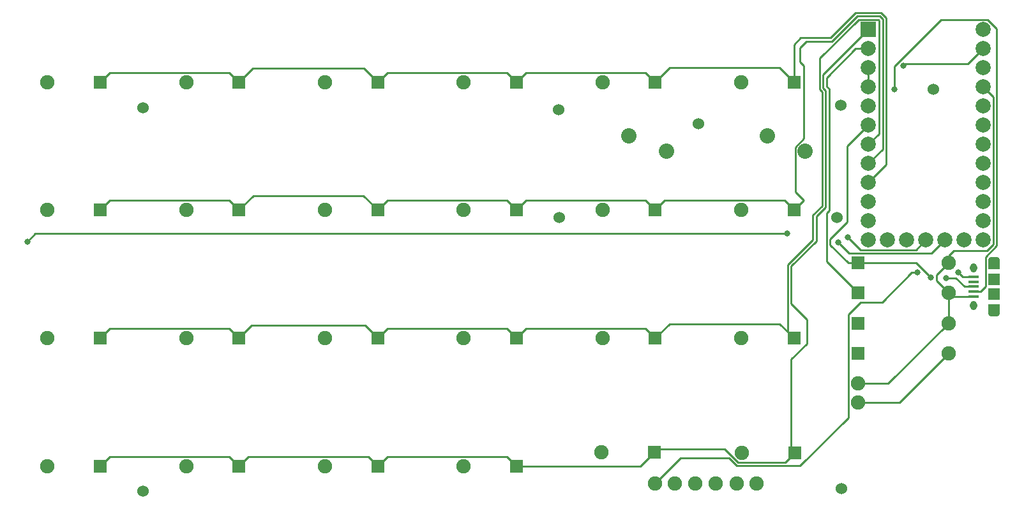
<source format=gbr>
%TF.GenerationSoftware,KiCad,Pcbnew,(6.0.4)*%
%TF.CreationDate,2024-05-03T15:52:29-07:00*%
%TF.ProjectId,left_ortholinear,6c656674-5f6f-4727-9468-6f6c696e6561,v1.0.0*%
%TF.SameCoordinates,Original*%
%TF.FileFunction,Copper,L1,Top*%
%TF.FilePolarity,Positive*%
%FSLAX46Y46*%
G04 Gerber Fmt 4.6, Leading zero omitted, Abs format (unit mm)*
G04 Created by KiCad (PCBNEW (6.0.4)) date 2024-05-03 15:52:29*
%MOMM*%
%LPD*%
G01*
G04 APERTURE LIST*
%TA.AperFunction,ComponentPad*%
%ADD10C,1.524000*%
%TD*%
%TA.AperFunction,ComponentPad*%
%ADD11C,1.905000*%
%TD*%
%TA.AperFunction,ComponentPad*%
%ADD12R,1.778000X1.778000*%
%TD*%
%TA.AperFunction,ComponentPad*%
%ADD13C,2.032000*%
%TD*%
%TA.AperFunction,ComponentPad*%
%ADD14R,2.000000X2.000000*%
%TD*%
%TA.AperFunction,ComponentPad*%
%ADD15C,2.000000*%
%TD*%
%TA.AperFunction,SMDPad,CuDef*%
%ADD16R,1.350000X0.400000*%
%TD*%
%TA.AperFunction,SMDPad,CuDef*%
%ADD17R,1.550000X1.500000*%
%TD*%
%TA.AperFunction,SMDPad,CuDef*%
%ADD18R,1.550000X1.200000*%
%TD*%
%TA.AperFunction,ComponentPad*%
%ADD19O,1.550000X0.890000*%
%TD*%
%TA.AperFunction,ComponentPad*%
%ADD20O,0.950000X1.250000*%
%TD*%
%TA.AperFunction,ViaPad*%
%ADD21C,0.800000*%
%TD*%
%TA.AperFunction,Conductor*%
%ADD22C,0.250000*%
%TD*%
G04 APERTURE END LIST*
D10*
%TO.P,,1*%
%TO.N,N/C*%
X247700000Y-113200000D03*
%TD*%
D11*
%TO.P,,1*%
%TO.N,C7*%
X225700000Y-163400000D03*
%TD*%
%TO.P,D4,1*%
%TO.N,outer_nums*%
X142500000Y-110100000D03*
D12*
%TO.P,D4,2*%
%TO.N,D7*%
X149500000Y-110100000D03*
%TD*%
D11*
%TO.P,,1*%
%TO.N,E6*%
X236500000Y-163400000D03*
%TD*%
%TO.P,D19,1*%
%TO.N,index_top*%
X216100000Y-127100000D03*
D12*
%TO.P,D19,2*%
%TO.N,C6*%
X223100000Y-127100000D03*
%TD*%
D13*
%TO.P,S2,1*%
%TO.N,inner_top*%
X243000000Y-119300000D03*
%TO.P,S2,2*%
%TO.N,E6*%
X238000000Y-117200000D03*
%TD*%
D11*
%TO.P,D11,1*%
%TO.N,ring_top*%
X179300000Y-127100000D03*
D12*
%TO.P,D11,2*%
%TO.N,C6*%
X186300000Y-127100000D03*
%TD*%
D11*
%TO.P,,1*%
%TO.N,B7*%
X228400000Y-163400000D03*
%TD*%
%TO.P,D25,1*%
%TO.N,VCC*%
X262000000Y-134100000D03*
D12*
%TO.P,D25,2*%
%TO.N,D0*%
X250000000Y-134100000D03*
%TD*%
D11*
%TO.P,,1*%
%TO.N,B4*%
X233900000Y-163400000D03*
%TD*%
%TO.P,D27,1*%
%TO.N,VCC*%
X262000000Y-142100000D03*
D12*
%TO.P,D27,2*%
%TO.N,D5*%
X250000000Y-142100000D03*
%TD*%
D11*
%TO.P,D9,1*%
%TO.N,ring_bottom*%
X179300000Y-161100000D03*
D12*
%TO.P,D9,2*%
%TO.N,D3*%
X186300000Y-161100000D03*
%TD*%
D11*
%TO.P,D23,1*%
%TO.N,inner_top*%
X234500000Y-127100000D03*
D12*
%TO.P,D23,2*%
%TO.N,C6*%
X241500000Y-127100000D03*
%TD*%
D10*
%TO.P,,1*%
%TO.N,N/C*%
X210300000Y-113800000D03*
%TD*%
%TO.P,,1*%
%TO.N,N/C*%
X247800000Y-164100000D03*
%TD*%
D11*
%TO.P,D13,1*%
%TO.N,middle_bottom*%
X197700000Y-161100000D03*
D12*
%TO.P,D13,2*%
%TO.N,D3*%
X204700000Y-161100000D03*
%TD*%
D10*
%TO.P,,1*%
%TO.N,N/C*%
X155200000Y-113500000D03*
%TD*%
D11*
%TO.P,D18,1*%
%TO.N,index_home*%
X216100000Y-144100000D03*
D12*
%TO.P,D18,2*%
%TO.N,D4*%
X223100000Y-144100000D03*
%TD*%
D11*
%TO.P,D7,1*%
%TO.N,pinky_top*%
X160900000Y-127100000D03*
D12*
%TO.P,D7,2*%
%TO.N,C6*%
X167900000Y-127100000D03*
%TD*%
D11*
%TO.P,D8,1*%
%TO.N,pinky_nums*%
X160900000Y-110100000D03*
D12*
%TO.P,D8,2*%
%TO.N,D7*%
X167900000Y-110100000D03*
%TD*%
D11*
%TO.P,REF\u002A\u002A,1*%
%TO.N,VCC*%
X250000000Y-150100000D03*
%TD*%
%TO.P,D2,1*%
%TO.N,outer_home*%
X142500000Y-144100000D03*
D12*
%TO.P,D2,2*%
%TO.N,D4*%
X149500000Y-144100000D03*
%TD*%
D11*
%TO.P,D26,1*%
%TO.N,VCC*%
X262000000Y-138100000D03*
D12*
%TO.P,D26,2*%
%TO.N,D2*%
X250000000Y-138100000D03*
%TD*%
D14*
%TO.P,,1*%
%TO.N,D3*%
X251380000Y-103130000D03*
D15*
%TO.P,,2*%
%TO.N,D2*%
X251380000Y-105670000D03*
%TO.P,,3*%
%TO.N,GND*%
X251380000Y-108210000D03*
%TO.P,,4*%
X251380000Y-110750000D03*
%TO.P,,5*%
%TO.N,D1*%
X251380000Y-113290000D03*
%TO.P,,6*%
%TO.N,D0*%
X251380000Y-115830000D03*
%TO.P,,7*%
%TO.N,D4*%
X251380000Y-118370000D03*
%TO.P,,8*%
%TO.N,C6*%
X251380000Y-120910000D03*
%TO.P,,9*%
%TO.N,D7*%
X251380000Y-123450000D03*
%TO.P,,10*%
%TO.N,E6*%
X251380000Y-125990000D03*
%TO.P,,11*%
%TO.N,B4*%
X251380000Y-128530000D03*
%TO.P,,12*%
%TO.N,B5*%
X251380000Y-131070000D03*
%TO.P,,13*%
%TO.N,B6*%
X266620000Y-131070000D03*
%TO.P,,14*%
%TO.N,B2*%
X266620000Y-128530000D03*
%TO.P,,15*%
%TO.N,B3*%
X266620000Y-125990000D03*
%TO.P,,16*%
%TO.N,B1*%
X266620000Y-123450000D03*
%TO.P,,17*%
%TO.N,F7*%
X266620000Y-120910000D03*
%TO.P,,18*%
%TO.N,F6*%
X266620000Y-118370000D03*
%TO.P,,19*%
%TO.N,F5*%
X266620000Y-115830000D03*
%TO.P,,20*%
%TO.N,F4*%
X266620000Y-113290000D03*
%TO.P,,21*%
%TO.N,VCC*%
X266620000Y-110750000D03*
%TO.P,,22*%
%TO.N,RST*%
X266620000Y-108210000D03*
%TO.P,,23*%
%TO.N,GND*%
X266620000Y-105670000D03*
%TO.P,,24*%
%TO.N,VCC*%
X266620000Y-103130000D03*
%TO.P,,25*%
%TO.N,B7*%
X253920000Y-131070000D03*
%TO.P,,26*%
%TO.N,D5*%
X256460000Y-131070000D03*
%TO.P,,27*%
%TO.N,C7*%
X259000000Y-131070000D03*
%TO.P,,28*%
%TO.N,F1*%
X261540000Y-131070000D03*
%TO.P,,29*%
%TO.N,F0*%
X264080000Y-131070000D03*
%TD*%
D10*
%TO.P,,1*%
%TO.N,N/C*%
X247200000Y-128100000D03*
%TD*%
D11*
%TO.P,D6,1*%
%TO.N,pinky_home*%
X160900000Y-144100000D03*
D12*
%TO.P,D6,2*%
%TO.N,D4*%
X167900000Y-144100000D03*
%TD*%
D11*
%TO.P,D5,1*%
%TO.N,pinky_bottom*%
X160900000Y-161100000D03*
D12*
%TO.P,D5,2*%
%TO.N,D3*%
X167900000Y-161100000D03*
%TD*%
D11*
%TO.P,D1,1*%
%TO.N,outer_bottom*%
X142500000Y-161100000D03*
D12*
%TO.P,D1,2*%
%TO.N,D3*%
X149500000Y-161100000D03*
%TD*%
D11*
%TO.P,D21,1*%
%TO.N,inner_bottom*%
X234600000Y-159300000D03*
D12*
%TO.P,D21,2*%
%TO.N,D3*%
X241600000Y-159300000D03*
%TD*%
D11*
%TO.P,,1*%
%TO.N,B5*%
X231100000Y-163400000D03*
%TD*%
D10*
%TO.P,,1*%
%TO.N,N/C*%
X155200000Y-164400000D03*
%TD*%
D11*
%TO.P,D10,1*%
%TO.N,ring_home*%
X179300000Y-144100000D03*
D12*
%TO.P,D10,2*%
%TO.N,D4*%
X186300000Y-144100000D03*
%TD*%
D11*
%TO.P,D24,1*%
%TO.N,inner_nums*%
X234500000Y-110100000D03*
D12*
%TO.P,D24,2*%
%TO.N,D7*%
X241500000Y-110100000D03*
%TD*%
D11*
%TO.P,REF\u002A\u002A,1*%
%TO.N,trackpoint_reset*%
X250000000Y-152600000D03*
%TD*%
%TO.P,,1*%
%TO.N,F0*%
X223100000Y-163400000D03*
%TD*%
%TO.P,D16,1*%
%TO.N,middle_nums*%
X197700000Y-110100000D03*
D12*
%TO.P,D16,2*%
%TO.N,D7*%
X204700000Y-110100000D03*
%TD*%
D13*
%TO.P,S1,1*%
%TO.N,index_top*%
X224600000Y-119300000D03*
%TO.P,S1,2*%
%TO.N,B4*%
X219600000Y-117200000D03*
%TD*%
D10*
%TO.P,,1*%
%TO.N,N/C*%
X210400000Y-128100000D03*
%TD*%
D11*
%TO.P,D12,1*%
%TO.N,ring_nums*%
X179300000Y-110100000D03*
D12*
%TO.P,D12,2*%
%TO.N,D7*%
X186300000Y-110100000D03*
%TD*%
D11*
%TO.P,D3,1*%
%TO.N,outer_top*%
X142500000Y-127100000D03*
D12*
%TO.P,D3,2*%
%TO.N,C6*%
X149500000Y-127100000D03*
%TD*%
D11*
%TO.P,D15,1*%
%TO.N,middle_top*%
X197700000Y-127100000D03*
D12*
%TO.P,D15,2*%
%TO.N,C6*%
X204700000Y-127100000D03*
%TD*%
D11*
%TO.P,D28,1*%
%TO.N,trackpoint_reset*%
X262000000Y-146100000D03*
D12*
%TO.P,D28,2*%
%TO.N,GND*%
X250000000Y-146100000D03*
%TD*%
D11*
%TO.P,D14,1*%
%TO.N,middle_home*%
X197700000Y-144100000D03*
D12*
%TO.P,D14,2*%
%TO.N,D4*%
X204700000Y-144100000D03*
%TD*%
D10*
%TO.P,,1*%
%TO.N,N/C*%
X228800000Y-115600000D03*
%TD*%
D11*
%TO.P,D22,1*%
%TO.N,inner_home*%
X234500000Y-144100000D03*
D12*
%TO.P,D22,2*%
%TO.N,D4*%
X241500000Y-144100000D03*
%TD*%
D16*
%TO.P,,1*%
%TO.N,VCC*%
X265300000Y-138550000D03*
%TO.P,,2*%
%TO.N,D1*%
X265300000Y-137900000D03*
%TO.P,,3*%
%TO.N,D0*%
X265300000Y-137250000D03*
%TO.P,,4*%
%TO.N,N/C*%
X265300000Y-136600000D03*
%TO.P,,5*%
%TO.N,GND*%
X265300000Y-135950000D03*
D17*
%TO.P,,6*%
%TO.N,N/C*%
X268000000Y-136250000D03*
X268000000Y-138250000D03*
D18*
X268000000Y-140150000D03*
X268000000Y-134350000D03*
D19*
X268000000Y-133750000D03*
X268000000Y-140750000D03*
D20*
X265300000Y-139750000D03*
X265300000Y-134750000D03*
%TD*%
D11*
%TO.P,D17,1*%
%TO.N,index_bottom*%
X216000000Y-159200000D03*
D12*
%TO.P,D17,2*%
%TO.N,D3*%
X223000000Y-159200000D03*
%TD*%
D11*
%TO.P,D20,1*%
%TO.N,index_nums*%
X216100000Y-110100000D03*
D12*
%TO.P,D20,2*%
%TO.N,D7*%
X223100000Y-110100000D03*
%TD*%
D10*
%TO.P,,1*%
%TO.N,N/C*%
X260000000Y-111100000D03*
%TD*%
D21*
%TO.N,F1*%
X247400000Y-131400000D03*
X240600000Y-130200000D03*
X139837500Y-131262500D03*
%TO.N,C7*%
X248600000Y-130700000D03*
%TO.N,GND*%
X263300000Y-135400000D03*
X256000000Y-107900000D03*
%TO.N,D1*%
X254800000Y-111100000D03*
%TO.N,D0*%
X259675500Y-136079123D03*
X261700000Y-136100000D03*
%TO.N,F0*%
X257900000Y-135400000D03*
%TD*%
D22*
%TO.N,F1*%
X248849520Y-132849520D02*
X259760480Y-132849520D01*
X247400000Y-131400000D02*
X248849520Y-132849520D01*
X140900000Y-130200000D02*
X240600000Y-130200000D01*
X139837500Y-131262500D02*
X140900000Y-130200000D01*
X259760480Y-132849520D02*
X261540000Y-131070000D01*
%TO.N,C7*%
X250300000Y-132400000D02*
X257670000Y-132400000D01*
X248600000Y-130700000D02*
X250300000Y-132400000D01*
X257670000Y-132400000D02*
X259000000Y-131070000D01*
%TO.N,D3*%
X185022989Y-159822989D02*
X186300000Y-161100000D01*
X243200000Y-141600000D02*
X241125479Y-139525479D01*
X244450480Y-131200000D02*
X244450480Y-127950480D01*
X243200000Y-144827022D02*
X243200000Y-141600000D01*
X223000000Y-159200000D02*
X223400000Y-158800000D01*
X241125479Y-158825479D02*
X241125479Y-146901543D01*
X244450480Y-127950480D02*
X245700000Y-126700960D01*
X169177011Y-159822989D02*
X185022989Y-159822989D01*
X245700000Y-111207870D02*
X245355959Y-110863828D01*
X204700000Y-161100000D02*
X221100000Y-161100000D01*
X187577011Y-159822989D02*
X203422989Y-159822989D01*
X240322989Y-160577011D02*
X241600000Y-159300000D01*
X203422989Y-159822989D02*
X204700000Y-161100000D01*
X245355959Y-110863828D02*
X245355959Y-109154041D01*
X221100000Y-161100000D02*
X223000000Y-159200000D01*
X245355959Y-109154041D02*
X251380000Y-103130000D01*
X241125479Y-146901543D02*
X243200000Y-144827022D01*
X186300000Y-161100000D02*
X187577011Y-159822989D01*
X166622989Y-159822989D02*
X167900000Y-161100000D01*
X167900000Y-161100000D02*
X169177011Y-159822989D01*
X232294033Y-158800000D02*
X234071044Y-160577011D01*
X223400000Y-158800000D02*
X232294033Y-158800000D01*
X241125479Y-134525001D02*
X244450480Y-131200000D01*
X245700000Y-126700960D02*
X245700000Y-111207870D01*
X241600000Y-159300000D02*
X241125479Y-158825479D01*
X241125479Y-139525479D02*
X241125479Y-134525001D01*
X149500000Y-161100000D02*
X150777011Y-159822989D01*
X234071044Y-160577011D02*
X240322989Y-160577011D01*
X150777011Y-159822989D02*
X166622989Y-159822989D01*
%TO.N,D4*%
X223100000Y-144100000D02*
X225000000Y-142200000D01*
X245250480Y-126514763D02*
X245250480Y-111394067D01*
X252800000Y-101900978D02*
X252800000Y-116950000D01*
X204700000Y-144100000D02*
X205977011Y-142822989D01*
X244906439Y-106954539D02*
X250055489Y-101805489D01*
X245250480Y-111394067D02*
X244906440Y-111050027D01*
X250055489Y-101805489D02*
X252704511Y-101805489D01*
X169600000Y-142400000D02*
X184600000Y-142400000D01*
X239600000Y-142200000D02*
X241500000Y-144100000D01*
X240939282Y-134075481D02*
X244000960Y-131013803D01*
X149500000Y-144100000D02*
X150777011Y-142822989D01*
X252800000Y-116950000D02*
X251380000Y-118370000D01*
X244906440Y-111050027D02*
X244906439Y-109600000D01*
X240675959Y-143275959D02*
X240675959Y-134338803D01*
X203422989Y-142822989D02*
X204700000Y-144100000D01*
X186300000Y-144100000D02*
X187577011Y-142822989D01*
X240675959Y-134338803D02*
X240939282Y-134075481D01*
X167900000Y-144100000D02*
X169600000Y-142400000D01*
X244906439Y-109600000D02*
X244906439Y-106954539D01*
X150777011Y-142822989D02*
X166622989Y-142822989D01*
X205977011Y-142822989D02*
X221822989Y-142822989D01*
X252704511Y-101805489D02*
X252800000Y-101900978D01*
X166622989Y-142822989D02*
X167900000Y-144100000D01*
X184600000Y-142400000D02*
X186300000Y-144100000D01*
X187577011Y-142822989D02*
X203422989Y-142822989D01*
X244000960Y-127764283D02*
X245250480Y-126514763D01*
X225000000Y-142200000D02*
X239600000Y-142200000D01*
X241500000Y-144100000D02*
X240675959Y-143275959D01*
X221822989Y-142822989D02*
X223100000Y-144100000D01*
X244000960Y-131013803D02*
X244000960Y-127764283D01*
%TO.N,C6*%
X149500000Y-127100000D02*
X150777011Y-125822989D01*
X240222989Y-125822989D02*
X241500000Y-127100000D01*
X241500000Y-127100000D02*
X242800000Y-125800000D01*
X221822989Y-125822989D02*
X223100000Y-127100000D01*
X224377011Y-125822989D02*
X240222989Y-125822989D01*
X241659489Y-118744741D02*
X242800000Y-117604230D01*
X167900000Y-127100000D02*
X169810979Y-125189021D01*
X205977011Y-125822989D02*
X221822989Y-125822989D01*
X249869292Y-101355969D02*
X252890709Y-101355969D01*
X166622989Y-125822989D02*
X167900000Y-127100000D01*
X246525261Y-104700000D02*
X249869292Y-101355969D01*
X241659489Y-124659489D02*
X241659489Y-118744741D01*
X253300000Y-101765260D02*
X253300000Y-118990000D01*
X169810979Y-125189021D02*
X184389021Y-125189021D01*
X242274579Y-107387763D02*
X242274579Y-105592413D01*
X242800000Y-107913184D02*
X242274579Y-107387763D01*
X252890709Y-101355969D02*
X253300000Y-101765260D01*
X243166992Y-104700000D02*
X246525261Y-104700000D01*
X223100000Y-127100000D02*
X224377011Y-125822989D01*
X186300000Y-127100000D02*
X187577011Y-125822989D01*
X242800000Y-117604230D02*
X242800000Y-107913184D01*
X203422989Y-125822989D02*
X204700000Y-127100000D01*
X242800000Y-125800000D02*
X241659489Y-124659489D01*
X187577011Y-125822989D02*
X203422989Y-125822989D01*
X253300000Y-118990000D02*
X251380000Y-120910000D01*
X204700000Y-127100000D02*
X205977011Y-125822989D01*
X242274579Y-105592413D02*
X243166992Y-104700000D01*
X150777011Y-125822989D02*
X166622989Y-125822989D01*
X184389021Y-125189021D02*
X186300000Y-127100000D01*
%TO.N,D7*%
X203422989Y-108822989D02*
X204700000Y-110100000D01*
X149500000Y-110100000D02*
X150777011Y-108822989D01*
X246365023Y-104224521D02*
X249683095Y-100906449D01*
X223100000Y-110100000D02*
X225010979Y-108189021D01*
X187577011Y-108822989D02*
X203422989Y-108822989D01*
X184500000Y-108300000D02*
X186300000Y-110100000D01*
X186300000Y-110100000D02*
X187577011Y-108822989D01*
X204700000Y-110100000D02*
X205977011Y-108822989D01*
X205977011Y-108822989D02*
X221822989Y-108822989D01*
X241500000Y-110100000D02*
X241500000Y-105100000D01*
X242375479Y-104224521D02*
X246365023Y-104224521D01*
X249683095Y-100906449D02*
X253076907Y-100906449D01*
X225010979Y-108189021D02*
X239589021Y-108189021D01*
X221822989Y-108822989D02*
X223100000Y-110100000D01*
X169700000Y-108300000D02*
X184500000Y-108300000D01*
X167900000Y-110100000D02*
X169700000Y-108300000D01*
X253749520Y-121080480D02*
X251380000Y-123450000D01*
X253076907Y-100906449D02*
X253749520Y-101579063D01*
X166622989Y-108822989D02*
X167900000Y-110100000D01*
X150777011Y-108822989D02*
X166622989Y-108822989D01*
X241500000Y-105100000D02*
X242375479Y-104224521D01*
X253749520Y-101579063D02*
X253749520Y-121080480D01*
X239589021Y-108189021D02*
X241500000Y-110100000D01*
%TO.N,GND*%
X264590000Y-107700000D02*
X266620000Y-105670000D01*
X251380000Y-108210000D02*
X251380000Y-110750000D01*
X263300000Y-135400000D02*
X263850000Y-135950000D01*
X263850000Y-135950000D02*
X265300000Y-135950000D01*
X256000000Y-107900000D02*
X256200000Y-107700000D01*
X256200000Y-107700000D02*
X264590000Y-107700000D01*
%TO.N,VCC*%
X262700000Y-132500000D02*
X262000000Y-133200000D01*
X260400000Y-136500000D02*
X262000000Y-138100000D01*
X262000000Y-142100000D02*
X254000000Y-150100000D01*
X262000000Y-134100000D02*
X260400000Y-135700000D01*
X267063143Y-132500000D02*
X262700000Y-132500000D01*
X262000000Y-138100000D02*
X262450000Y-138550000D01*
X262000000Y-138100000D02*
X262000000Y-142100000D01*
X262450000Y-138550000D02*
X265300000Y-138550000D01*
X266620000Y-110750000D02*
X267944511Y-112074511D01*
X254000000Y-150100000D02*
X250000000Y-150100000D01*
X267944511Y-131618632D02*
X267063143Y-132500000D01*
X267944511Y-112074511D02*
X267944511Y-131618632D01*
X260400000Y-135700000D02*
X260400000Y-136500000D01*
X262000000Y-133200000D02*
X262000000Y-134100000D01*
%TO.N,D2*%
X245805479Y-133905479D02*
X250000000Y-138100000D01*
X249657848Y-105670000D02*
X245805479Y-109522369D01*
X245805479Y-127522369D02*
X245805479Y-133905479D01*
X246149520Y-111021673D02*
X246149520Y-127178328D01*
X251380000Y-105670000D02*
X249657848Y-105670000D01*
X246149520Y-127178328D02*
X245805479Y-127522369D01*
X245805479Y-110677631D02*
X246149520Y-111021673D01*
X245805479Y-109522369D02*
X245805479Y-110677631D01*
%TO.N,D1*%
X267168632Y-101805489D02*
X260994511Y-101805489D01*
X254800000Y-108000000D02*
X254800000Y-111100000D01*
X260994511Y-101805489D02*
X254800000Y-108000000D01*
X266900489Y-133298372D02*
X268400000Y-131798861D01*
X268400000Y-131798861D02*
X268400000Y-104100000D01*
X268400000Y-103036857D02*
X267168632Y-101805489D01*
X265300000Y-137900000D02*
X266225000Y-137900000D01*
X266900489Y-137224511D02*
X266900489Y-133298372D01*
X266225000Y-137900000D02*
X266900489Y-137224511D01*
X268400000Y-104100000D02*
X268400000Y-103036857D01*
%TO.N,D0*%
X261700000Y-136100000D02*
X262975386Y-136100000D01*
X248594521Y-118615479D02*
X251380000Y-115830000D01*
X259675500Y-136079123D02*
X257696377Y-134100000D01*
X248594521Y-128705479D02*
X248594521Y-118615479D01*
X246300000Y-131700000D02*
X246300000Y-131000000D01*
X257696377Y-134100000D02*
X250000000Y-134100000D01*
X264125386Y-137250000D02*
X265300000Y-137250000D01*
X262975386Y-136100000D02*
X264125386Y-137250000D01*
X250000000Y-134100000D02*
X248700000Y-134100000D01*
X246300000Y-131000000D02*
X248594521Y-128705479D01*
X248700000Y-134100000D02*
X246300000Y-131700000D01*
%TO.N,F0*%
X250359467Y-139313511D02*
X253186489Y-139313511D01*
X223100000Y-163400000D02*
X226500000Y-160000000D01*
X257900000Y-135400000D02*
X258000000Y-135400000D01*
X242300491Y-161026531D02*
X248700000Y-154627022D01*
X253186489Y-139313511D02*
X257100000Y-135400000D01*
X257100000Y-135400000D02*
X257900000Y-135400000D01*
X226500000Y-160000000D02*
X232858315Y-160000000D01*
X232858315Y-160000000D02*
X233884846Y-161026531D01*
X233884846Y-161026531D02*
X242300491Y-161026531D01*
X248700000Y-140972978D02*
X250359467Y-139313511D01*
X248700000Y-154627022D02*
X248700000Y-140972978D01*
%TO.N,trackpoint_reset*%
X262000000Y-146100000D02*
X255500000Y-152600000D01*
X255500000Y-152600000D02*
X250000000Y-152600000D01*
%TD*%
M02*

</source>
